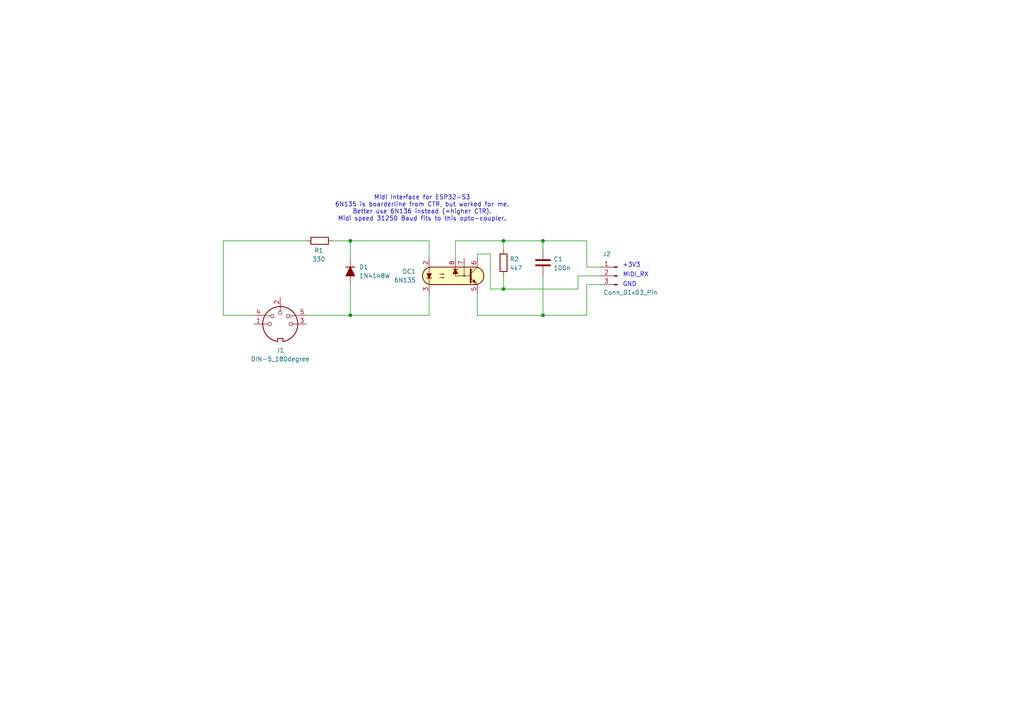
<source format=kicad_sch>
(kicad_sch (version 20250114) (generator "eeschema") (generator_version "9.0")
  (paper "A4")
  (lib_symbols
    (symbol "Connector:Conn_01x03_Pin" (pin_names (offset 1.016) (hide yes))
      (property "Reference" "J" (at 0 5.08 0))
      (property "Value" "Conn_01x03_Pin" (at 0 -5.08 0))
      (symbol "Conn_01x03_Pin_1_1"
        (rectangle (start 0.8636 2.667) (end 0 2.413) (stroke (width 0.1524)) (fill (type outline)))
        (rectangle (start 0.8636 0.127) (end 0 -0.127) (stroke (width 0.1524)) (fill (type outline)))
        (rectangle (start 0.8636 -2.413) (end 0 -2.667) (stroke (width 0.1524)) (fill (type outline)))
        (polyline (pts (xy 1.27 2.54) (xy 0.8636 2.54)) (stroke (width 0.1524)))
        (polyline (pts (xy 1.27 0) (xy 0.8636 0)) (stroke (width 0.1524)))
        (polyline (pts (xy 1.27 -2.54) (xy 0.8636 -2.54)) (stroke (width 0.1524)))
        (pin passive line (at 5.08 2.54 180) (length 3.81) (name "Pin_1") (number "1"))
        (pin passive line (at 5.08 0 180) (length 3.81) (name "Pin_2") (number "2"))
        (pin passive line (at 5.08 -2.54 180) (length 3.81) (name "Pin_3") (number "3"))
      )
    )
    (symbol "Connector:DIN-5_180degree" (pin_names (offset 1.016))
      (property "Reference" "J" (at 3.175 5.715 0))
      (property "Value" "DIN-5_180degree" (at 0 -6.35 0))
      (symbol "DIN-5_180degree_0_1"
        (polyline (pts (xy -5.08 2.54) (xy -4.318 2.54) (xy -2.794 2.286)))
        (polyline (pts (xy -5.08 0) (xy -3.556 0)))
        (circle (center -3.048 0) (radius 0.508))
        (circle (center -2.286 2.286) (radius 0.508))
        (polyline (pts (xy -0.762 -4.953) (xy -0.762 -4.191) (xy 0.762 -4.191) (xy 0.762 -4.953)) (stroke (width 0.254)))
        (arc (start 5.08 0) (mid 3.8673 -3.3444) (end 0.762 -5.08) (stroke (width 0.254)))
        (polyline (pts (xy 0 5.08) (xy 0 3.81)))
        (circle (center 0 3.302) (radius 0.508))
        (arc (start -5.08 0) (mid 0 5.0579) (end 5.08 0) (stroke (width 0.254)))
        (arc (start -0.762 -5.08) (mid -3.8597 -3.3379) (end -5.08 0) (stroke (width 0.254)))
        (circle (center 2.286 2.286) (radius 0.508))
        (circle (center 3.048 0) (radius 0.508))
        (polyline (pts (xy 5.08 2.54) (xy 4.318 2.54) (xy 2.794 2.286)))
        (polyline (pts (xy 5.08 0) (xy 3.556 0)))
      )
      (symbol "DIN-5_180degree_1_1"
        (pin passive line (at -7.62 2.54 0) (length 2.54) (name "~") (number "4"))
        (pin passive line (at -7.62 0 0) (length 2.54) (name "~") (number "1"))
        (pin passive line (at 0 7.62 270) (length 2.54) (name "~") (number "2"))
        (pin passive line (at 7.62 2.54 180) (length 2.54) (name "~") (number "5"))
        (pin passive line (at 7.62 0 180) (length 2.54) (name "~") (number "3"))
      )
    )
    (symbol "Device:C" (pin_numbers (hide yes)) (pin_names (offset 0.254))
      (property "Reference" "C" (at 0.635 2.54 0))
      (property "Value" "C" (at 0.635 -2.54 0))
      (symbol "C_0_1"
        (polyline (pts (xy -2.032 0.762) (xy 2.032 0.762)) (stroke (width 0.508)))
        (polyline (pts (xy -2.032 -0.762) (xy 2.032 -0.762)) (stroke (width 0.508)))
      )
      (symbol "C_1_1"
        (pin passive line (at 0 3.81 270) (length 2.794) (name "~") (number "1"))
        (pin passive line (at 0 -3.81 90) (length 2.794) (name "~") (number "2"))
      )
    )
    (symbol "Device:R" (pin_numbers (hide yes)) (pin_names (offset 0))
      (property "Reference" "R" (at 2.032 0 90))
      (property "Value" "R" (at 0 0 90))
      (symbol "R_0_1"
        (rectangle (start -1.016 -2.54) (end 1.016 2.54) (stroke (width 0.254)))
      )
      (symbol "R_1_1"
        (pin passive line (at 0 3.81 270) (length 1.27) (name "~") (number "1"))
        (pin passive line (at 0 -3.81 90) (length 1.27) (name "~") (number "2"))
      )
    )
    (symbol "PCM_Diode_AKL:1N4148W" (pin_numbers (hide yes)) (pin_names (offset 1.016) (hide yes))
      (property "Reference" "D" (at 0 5.08 0))
      (property "Value" "1N4148W" (at 0 2.54 0))
      (symbol "1N4148W_0_1"
        (polyline (pts (xy -1.27 1.27) (xy -1.27 -1.27) (xy 1.27 0) (xy -1.27 1.27)) (stroke (width 0.254)) (fill (type outline)))
        (polyline (pts (xy -1.27 0) (xy 1.27 0)))
        (polyline (pts (xy 1.27 1.27) (xy 1.27 -1.27)) (stroke (width 0.254)))
      )
      (symbol "1N4148W_0_2"
        (polyline (pts (xy -2.54 -2.54) (xy 2.54 2.54)))
        (polyline (pts (xy -0.889 -0.889) (xy -1.778 0) (xy 0.889 0.889) (xy 0 -1.778) (xy -0.889 -0.889)) (stroke (width 0.254)) (fill (type outline)))
        (polyline (pts (xy 0 1.778) (xy 1.778 0)) (stroke (width 0.254)))
      )
      (symbol "1N4148W_1_1"
        (pin passive line (at -3.81 0 0) (length 2.54) (name "A") (number "2"))
        (pin passive line (at 3.81 0 180) (length 2.54) (name "K") (number "1"))
      )
      (symbol "1N4148W_1_2"
        (pin passive line (at -2.54 -2.54 0) (length 0) (name "A") (number "2"))
        (pin passive line (at 2.54 2.54 180) (length 0) (name "K") (number "1"))
      )
    )
    (symbol "PCM_Optocoupler_AKL:6N135" (pin_names (offset 1.016))
      (property "Reference" "OC" (at 10.16 1.27 0))
      (property "Value" "6N135" (at 10.16 -1.27 0))
      (symbol "6N135_0_1"
        (polyline (pts (xy -6.985 -0.635) (xy -5.715 -0.635)) (stroke (width 0.254)))
        (polyline (pts (xy -6.35 2.54) (xy -6.35 -2.54)) (stroke (width 0.1524)))
        (polyline (pts (xy -6.35 -0.635) (xy -6.985 0.635) (xy -5.715 0.635) (xy -6.35 -0.635)) (stroke (width 0.254)) (fill (type outline)))
        (polyline (pts (xy -5.715 2.54) (xy 6.985 2.54)) (stroke (width 0.254)))
        (arc (start -5.7375 -2.54) (mid -8.2551 0) (end -5.7375 2.54) (stroke (width 0.254)))
        (polyline (pts (xy -3.81 2.54) (xy 4.826 2.54) (xy 6.096 2.54) (xy 7.366 2.54) (xy 8.382 2.159) (xy 9.271 1.143) (xy 9.525 0.127) (xy 9.398 -0.762) (xy 9.017 -1.524) (xy 8.636 -1.905) (xy 8.128 -2.286) (xy 7.239 -2.54) (xy -6.223 -2.54) (xy -7.112 -2.159) (xy -7.874 -1.397) (xy -8.255 -0.508) (xy -8.255 0.508) (xy -7.747 1.524) (xy -7.112 2.159) (xy -6.223 2.54) (xy -5.334 2.54) (xy -4.826 2.54) (xy -3.81 2.54)) (stroke (width 0.01)) (fill (type background)))
        (polyline (pts (xy -3.302 0.508) (xy -2.032 0.508) (xy -2.413 0.381) (xy -2.413 0.635) (xy -2.032 0.508)))
        (polyline (pts (xy -3.302 -0.508) (xy -2.032 -0.508) (xy -2.413 -0.635) (xy -2.413 -0.381) (xy -2.032 -0.508)))
        (polyline (pts (xy 3.81 2.54) (xy 3.81 0)) (stroke (width 0.1524)))
        (circle (center 3.81 0) (radius 0.1778) (fill (type outline)))
        (polyline (pts (xy 5.715 1.905) (xy 5.715 -1.905) (xy 5.715 -1.905)) (stroke (width 0.508)))
        (polyline (pts (xy 5.715 0.635) (xy 7.62 2.54)))
        (polyline (pts (xy 5.715 0) (xy 1.27 0) (xy 1.27 2.54)) (stroke (width 0.1524)))
        (polyline (pts (xy 6.223 -1.651) (xy 6.731 -1.143) (xy 7.239 -2.159) (xy 6.223 -1.651) (xy 6.223 -1.651)) (fill (type outline)))
        (arc (start 7.0075 2.54) (mid 9.5251 0) (end 7.0075 -2.54) (stroke (width 0.254)))
        (polyline (pts (xy 6.985 -2.54) (xy -5.715 -2.54)) (stroke (width 0.254)))
        (polyline (pts (xy 7.62 -2.54) (xy 5.715 -0.635)) (fill (type outline)))
      )
      (symbol "6N135_1_1"
        (polyline (pts (xy 1.27 1.905) (xy 1.905 0.635) (xy 0.635 0.635) (xy 1.27 1.905)) (stroke (width 0.254)) (fill (type outline)))
        (polyline (pts (xy 1.905 1.905) (xy 0.635 1.905)) (stroke (width 0.254)))
        (pin passive line (at -6.35 5.08 270) (length 2.54) (name "~") (number "2"))
        (pin passive line (at -6.35 -5.08 90) (length 2.54) (name "~") (number "3"))
        (pin free line (at 0 1.27 0) (length 2.54) (hide yes) (name "NC") (number "1"))
        (pin free line (at 0 -1.27 0) (length 2.54) (hide yes) (name "NC") (number "4"))
        (pin passive line (at 1.27 5.08 270) (length 2.54) (name "~") (number "8"))
        (pin passive line (at 3.81 5.08 270) (length 2.54) (name "~") (number "7"))
        (pin passive line (at 7.62 5.08 270) (length 2.54) (name "~") (number "6"))
        (pin passive line (at 7.62 -5.08 90) (length 2.54) (name "~") (number "5"))
      )
    )
  )
  (text "+3V3" (at 183.134 76.962 0) (effects (font (size 1.27 1.27))))
  (text "Midi Interface for ESP32-S3\n6N135 is boarderline from CTR, but worked for me.\nBetter use 6N136 instead (=higher CTR).\nMidi speed 31250 Baud fits to this opto-coupler." (at 122.428 60.452 0) (effects (font (size 1.27 1.27))))
  (text "MIDI_RX" (at 184.404 79.756 0) (effects (font (size 1.27 1.27))))
  (text "GND" (at 182.626 82.55 0) (effects (font (size 1.27 1.27))))
  (junction (at 157.48 69.85))
  (junction (at 101.6 91.44))
  (junction (at 101.6 69.85))
  (junction (at 157.48 91.44))
  (junction (at 146.05 83.82))
  (junction (at 146.05 69.85))
  (wire (pts (xy 132.08 69.85) (xy 132.08 74.93)))
  (wire (pts (xy 101.6 69.85) (xy 124.46 69.85)))
  (wire (pts (xy 138.43 85.09) (xy 138.43 91.44)))
  (wire (pts (xy 138.43 91.44) (xy 157.48 91.44)))
  (wire (pts (xy 138.43 74.93) (xy 138.43 73.66)))
  (wire (pts (xy 170.18 69.85) (xy 157.48 69.85)))
  (wire (pts (xy 170.18 77.47) (xy 170.18 69.85)))
  (wire (pts (xy 146.05 69.85) (xy 132.08 69.85)))
  (wire (pts (xy 142.24 83.82) (xy 146.05 83.82)))
  (wire (pts (xy 101.6 82.55) (xy 101.6 91.44)))
  (wire (pts (xy 157.48 80.01) (xy 157.48 91.44)))
  (wire (pts (xy 170.18 82.55) (xy 173.99 82.55)))
  (wire (pts (xy 146.05 83.82) (xy 167.64 83.82)))
  (wire (pts (xy 157.48 69.85) (xy 146.05 69.85)))
  (wire (pts (xy 157.48 91.44) (xy 170.18 91.44)))
  (wire (pts (xy 124.46 69.85) (xy 124.46 74.93)))
  (wire (pts (xy 167.64 80.01) (xy 173.99 80.01)))
  (wire (pts (xy 88.9 91.44) (xy 101.6 91.44)))
  (wire (pts (xy 170.18 91.44) (xy 170.18 82.55)))
  (wire (pts (xy 173.99 77.47) (xy 170.18 77.47)))
  (wire (pts (xy 142.24 73.66) (xy 142.24 83.82)))
  (wire (pts (xy 124.46 91.44) (xy 124.46 85.09)))
  (wire (pts (xy 73.66 91.44) (xy 64.77 91.44)))
  (wire (pts (xy 96.52 69.85) (xy 101.6 69.85)))
  (wire (pts (xy 101.6 91.44) (xy 124.46 91.44)))
  (wire (pts (xy 146.05 80.01) (xy 146.05 83.82)))
  (wire (pts (xy 64.77 69.85) (xy 88.9 69.85)))
  (wire (pts (xy 64.77 91.44) (xy 64.77 69.85)))
  (wire (pts (xy 101.6 69.85) (xy 101.6 74.93)))
  (wire (pts (xy 167.64 83.82) (xy 167.64 80.01)))
  (wire (pts (xy 138.43 73.66) (xy 142.24 73.66)))
  (wire (pts (xy 146.05 69.85) (xy 146.05 72.39)))
  (wire (pts (xy 157.48 69.85) (xy 157.48 72.39)))
  (symbol (lib_id "Device:C") (at 157.48 76.2 0) (unit 1)
    (property "Reference" "C1" (at 160.528 75.184 0) (effects (justify left)))
    (property "Value" "100n" (at 160.528 77.724 0) (effects (justify left)))
    (property "Footprint" "Capacitor_THT:C_Rect_L4.0mm_W2.5mm_P2.50mm" (effects (hide yes)))
    (property "Description" "Unpolarized capacitor" (effects (hide yes)))
  )
  (symbol (lib_id "Device:R") (at 92.71 69.85 90) (unit 1)
    (property "Reference" "R1" (at 92.456 72.644 90))
    (property "Value" "330" (at 92.456 75.184 90))
    (property "Footprint" "PCM_Resistor_THT_AKL:R_Axial_DIN0204_L3.6mm_D1.6mm_P7.62mm_Horizontal" (effects (hide yes)))
    (property "Description" "Resistor" (effects (hide yes)))
  )
  (symbol (lib_id "Device:R") (at 146.05 76.2 0) (unit 1)
    (property "Reference" "R2" (at 147.828 75.184 0) (effects (justify left)))
    (property "Value" "4k7" (at 147.828 77.724 0) (effects (justify left)))
    (property "Footprint" "PCM_Resistor_THT_AKL:R_Axial_DIN0204_L3.6mm_D1.6mm_P7.62mm_Horizontal" (effects (hide yes)))
    (property "Description" "Resistor" (effects (hide yes)))
  )
  (symbol (lib_id "PCM_Optocoupler_AKL:6N135") (at 130.81 80.01 0) (unit 1)
    (property "Reference" "OC1" (at 120.65 78.7399 0) (effects (justify right)))
    (property "Value" "6N135" (at 120.65 81.2799 0) (effects (justify right)))
    (property "Footprint" "PCM_Package_DIP_AKL:DIP-8_W7.62mm_LongPads" (effects (hide yes)))
    (property "Datasheet" "https://www.tme.eu/Document/9186629c4487d434b4e3b28476441cc5/6N135-VIS.pdf" (effects (hide yes)))
    (property "Description" "DIP-8 Optocoupler, Transistor output with base and photodiode connection, 5.3kV, 1Mbps, Alternate KiCAD Library" (effects (hide yes)))
  )
  (symbol (lib_id "Connector:DIN-5_180degree") (at 81.28 93.98 0) (unit 1)
    (property "Reference" "J1" (at 81.28 101.6 0))
    (property "Value" "DIN-5_180degree" (at 81.28 104.14 0))
    (property "Footprint" "Connector_Wuerth:Wuerth_WR-WTB_64800511622_1x05_P1.50mm_Vertical" (effects (hide yes)))
    (property "Datasheet" "http://www.mouser.com/ds/2/18/40_c091_abd_e-75918.pdf" (effects (hide yes)))
    (property "Description" "5-pin DIN connector (5-pin DIN-5 stereo)" (effects (hide yes)))
  )
  (symbol (lib_id "Connector:Conn_01x03_Pin") (at 179.07 80.01 0) (mirror y) (unit 1)
    (property "Reference" "J2" (at 174.752 73.66 0) (effects (justify right)))
    (property "Value" "Conn_01x03_Pin" (at 175.006 84.836 0) (effects (justify right)))
    (property "Footprint" "Connector_PinHeader_2.54mm:PinHeader_1x03_P2.54mm_Vertical" (effects (hide yes)))
    (property "Description" "Generic connector, single row, 01x03, script generated" (effects (hide yes)))
  )
  (symbol (lib_id "PCM_Diode_AKL:1N4148W") (at 101.6 78.74 90) (unit 1)
    (property "Reference" "D1" (at 104.14 77.4699 90) (effects (justify right)))
    (property "Value" "1N4148W" (at 104.14 80.0099 90) (effects (justify right)))
    (property "Footprint" "Diode_SMD:D_MELF-RM10_Universal_Handsoldering" (effects (hide yes)))
    (property "Datasheet" "https://datasheet.octopart.com/1N4148W-HE3-18-Vishay-datasheet-17291302.pdf" (effects (hide yes)))
    (property "Description" "SOD-123 Diode, Small Signal, Fast Switching, 75V, 150mA, 4ns, Alternate KiCad Library" (effects (hide yes)))
  )
)
</source>
